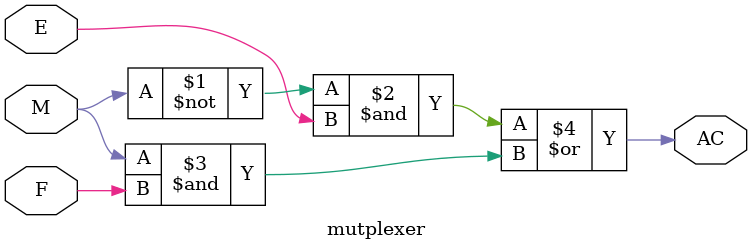
<source format=v>



// Generated by Quartus Prime Version 22.1 (Build Build 917 02/14/2023)
// Created on Wed Sep 20 12:42:16 2023

//  Module Declaration
module mutplexer
(
// {{ALTERA_ARGS_BEGIN}} DO NOT REMOVE THIS LINE!
E, F, M, AC
// {{ALTERA_ARGS_END}} DO NOT REMOVE THIS LINE!
);
// Port Declaration

// {{ALTERA_IO_BEGIN}} DO NOT REMOVE THIS LINE!
input E;
input F;
input M;
output AC;
// {{ALTERA_IO_END}} DO NOT REMOVE THIS LINE!

assign AC = (~M&E)|(M&F);

endmodule
</source>
